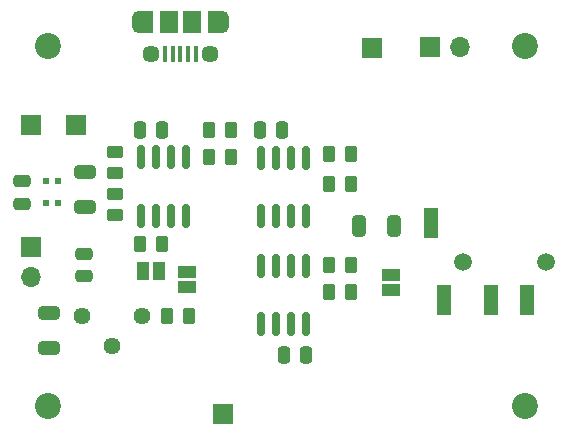
<source format=gbr>
%TF.GenerationSoftware,KiCad,Pcbnew,(6.0.2)*%
%TF.CreationDate,2023-09-05T21:11:47-07:00*%
%TF.ProjectId,parabolic_microphone,70617261-626f-46c6-9963-5f6d6963726f,rev?*%
%TF.SameCoordinates,Original*%
%TF.FileFunction,Soldermask,Top*%
%TF.FilePolarity,Negative*%
%FSLAX46Y46*%
G04 Gerber Fmt 4.6, Leading zero omitted, Abs format (unit mm)*
G04 Created by KiCad (PCBNEW (6.0.2)) date 2023-09-05 21:11:47*
%MOMM*%
%LPD*%
G01*
G04 APERTURE LIST*
G04 Aperture macros list*
%AMRoundRect*
0 Rectangle with rounded corners*
0 $1 Rounding radius*
0 $2 $3 $4 $5 $6 $7 $8 $9 X,Y pos of 4 corners*
0 Add a 4 corners polygon primitive as box body*
4,1,4,$2,$3,$4,$5,$6,$7,$8,$9,$2,$3,0*
0 Add four circle primitives for the rounded corners*
1,1,$1+$1,$2,$3*
1,1,$1+$1,$4,$5*
1,1,$1+$1,$6,$7*
1,1,$1+$1,$8,$9*
0 Add four rect primitives between the rounded corners*
20,1,$1+$1,$2,$3,$4,$5,0*
20,1,$1+$1,$4,$5,$6,$7,0*
20,1,$1+$1,$6,$7,$8,$9,0*
20,1,$1+$1,$8,$9,$2,$3,0*%
G04 Aperture macros list end*
%ADD10R,0.600000X0.540000*%
%ADD11RoundRect,0.250000X-0.250000X-0.475000X0.250000X-0.475000X0.250000X0.475000X-0.250000X0.475000X0*%
%ADD12RoundRect,0.250000X-0.650000X0.325000X-0.650000X-0.325000X0.650000X-0.325000X0.650000X0.325000X0*%
%ADD13R,1.700000X1.700000*%
%ADD14R,1.500000X1.000000*%
%ADD15RoundRect,0.250000X0.250000X0.475000X-0.250000X0.475000X-0.250000X-0.475000X0.250000X-0.475000X0*%
%ADD16C,2.200000*%
%ADD17RoundRect,0.250000X0.262500X0.450000X-0.262500X0.450000X-0.262500X-0.450000X0.262500X-0.450000X0*%
%ADD18RoundRect,0.250000X0.325000X0.650000X-0.325000X0.650000X-0.325000X-0.650000X0.325000X-0.650000X0*%
%ADD19O,1.700000X1.700000*%
%ADD20C,1.500000*%
%ADD21R,1.200000X2.500000*%
%ADD22RoundRect,0.250000X-0.450000X0.262500X-0.450000X-0.262500X0.450000X-0.262500X0.450000X0.262500X0*%
%ADD23RoundRect,0.250000X-0.475000X0.250000X-0.475000X-0.250000X0.475000X-0.250000X0.475000X0.250000X0*%
%ADD24RoundRect,0.150000X-0.150000X0.825000X-0.150000X-0.825000X0.150000X-0.825000X0.150000X0.825000X0*%
%ADD25R,0.400000X1.350000*%
%ADD26O,1.200000X1.900000*%
%ADD27C,1.450000*%
%ADD28R,1.500000X1.900000*%
%ADD29R,1.200000X1.900000*%
%ADD30R,1.000000X1.500000*%
%ADD31RoundRect,0.150000X0.150000X-0.825000X0.150000X0.825000X-0.150000X0.825000X-0.150000X-0.825000X0*%
%ADD32C,1.440000*%
G04 APERTURE END LIST*
D10*
%TO.C,U4*%
X70849000Y-48240000D03*
X70849000Y-50170000D03*
X71899000Y-50170000D03*
X71899000Y-48240000D03*
%TD*%
D11*
%TO.C,C1*%
X78806000Y-43922000D03*
X80706000Y-43922000D03*
%TD*%
D12*
%TO.C,C6*%
X74168000Y-47527000D03*
X74168000Y-50477000D03*
%TD*%
D13*
%TO.C,J3*%
X69596000Y-43535600D03*
%TD*%
D14*
%TO.C,JP1*%
X100076000Y-56246000D03*
X100076000Y-57546000D03*
%TD*%
D15*
%TO.C,C2*%
X90866000Y-43942000D03*
X88966000Y-43942000D03*
%TD*%
D13*
%TO.C,J7*%
X85852000Y-67975800D03*
%TD*%
D16*
%TO.C,H2*%
X111379000Y-36830000D03*
%TD*%
D17*
%TO.C,R4*%
X82954500Y-59670000D03*
X81129500Y-59670000D03*
%TD*%
D18*
%TO.C,C7*%
X100281000Y-52070000D03*
X97331000Y-52070000D03*
%TD*%
D17*
%TO.C,R9*%
X96670500Y-55372000D03*
X94845500Y-55372000D03*
%TD*%
D16*
%TO.C,H4*%
X70993000Y-36830000D03*
%TD*%
D13*
%TO.C,J1*%
X69596000Y-53848000D03*
D19*
X69596000Y-56388000D03*
%TD*%
D17*
%TO.C,R10*%
X96670500Y-57658000D03*
X94845500Y-57658000D03*
%TD*%
D20*
%TO.C,J6*%
X106173000Y-55118000D03*
X113173000Y-55118000D03*
D21*
X108573000Y-58368000D03*
X111573000Y-58368000D03*
X103473000Y-51868000D03*
X104573000Y-58368000D03*
%TD*%
D22*
%TO.C,R3*%
X76708000Y-49359500D03*
X76708000Y-51184500D03*
%TD*%
D12*
%TO.C,C8*%
X71120000Y-59465000D03*
X71120000Y-62415000D03*
%TD*%
D15*
%TO.C,C3*%
X92898000Y-62992000D03*
X90998000Y-62992000D03*
%TD*%
D22*
%TO.C,R1*%
X76708000Y-45803500D03*
X76708000Y-47628500D03*
%TD*%
D16*
%TO.C,H1*%
X111379000Y-67310000D03*
%TD*%
%TO.C,H3*%
X70993000Y-67310000D03*
%TD*%
D14*
%TO.C,JP2*%
X82804000Y-57272000D03*
X82804000Y-55972000D03*
%TD*%
D17*
%TO.C,R2*%
X86510500Y-46208000D03*
X84685500Y-46208000D03*
%TD*%
D23*
%TO.C,C4*%
X74041000Y-54422000D03*
X74041000Y-56322000D03*
%TD*%
D17*
%TO.C,R6*%
X86510500Y-43922000D03*
X84685500Y-43922000D03*
%TD*%
D24*
%TO.C,U2*%
X92837000Y-46293000D03*
X91567000Y-46293000D03*
X90297000Y-46293000D03*
X89027000Y-46293000D03*
X89027000Y-51243000D03*
X90297000Y-51243000D03*
X91567000Y-51243000D03*
X92837000Y-51243000D03*
%TD*%
D13*
%TO.C,J2*%
X103398000Y-36932000D03*
D19*
X105938000Y-36932000D03*
%TD*%
D25*
%TO.C,J8*%
X83540000Y-37498000D03*
X82890000Y-37498000D03*
X82240000Y-37498000D03*
X81590000Y-37498000D03*
X80940000Y-37498000D03*
D26*
X85740000Y-34798000D03*
D27*
X84740000Y-37498000D03*
D28*
X83240000Y-34798000D03*
D29*
X79340000Y-34798000D03*
D26*
X78740000Y-34798000D03*
D29*
X85140000Y-34798000D03*
D28*
X81240000Y-34798000D03*
D27*
X79740000Y-37498000D03*
%TD*%
D17*
%TO.C,R5*%
X80668500Y-53574000D03*
X78843500Y-53574000D03*
%TD*%
D24*
%TO.C,U3*%
X92837000Y-55437000D03*
X91567000Y-55437000D03*
X90297000Y-55437000D03*
X89027000Y-55437000D03*
X89027000Y-60387000D03*
X90297000Y-60387000D03*
X91567000Y-60387000D03*
X92837000Y-60387000D03*
%TD*%
D13*
%TO.C,J5*%
X98445000Y-37059000D03*
%TD*%
D30*
%TO.C,JP3*%
X80406000Y-55860000D03*
X79106000Y-55860000D03*
%TD*%
D17*
%TO.C,R7*%
X96670500Y-45974000D03*
X94845500Y-45974000D03*
%TD*%
D31*
%TO.C,U1*%
X78867000Y-51223000D03*
X80137000Y-51223000D03*
X81407000Y-51223000D03*
X82677000Y-51223000D03*
X82677000Y-46273000D03*
X81407000Y-46273000D03*
X80137000Y-46273000D03*
X78867000Y-46273000D03*
%TD*%
D32*
%TO.C,RV1*%
X78994000Y-59670000D03*
X76454000Y-62210000D03*
X73914000Y-59670000D03*
%TD*%
D17*
%TO.C,R8*%
X96670500Y-48514000D03*
X94845500Y-48514000D03*
%TD*%
D13*
%TO.C,J4*%
X73406000Y-43535600D03*
%TD*%
D23*
%TO.C,C5*%
X68834000Y-48306000D03*
X68834000Y-50206000D03*
%TD*%
M02*

</source>
